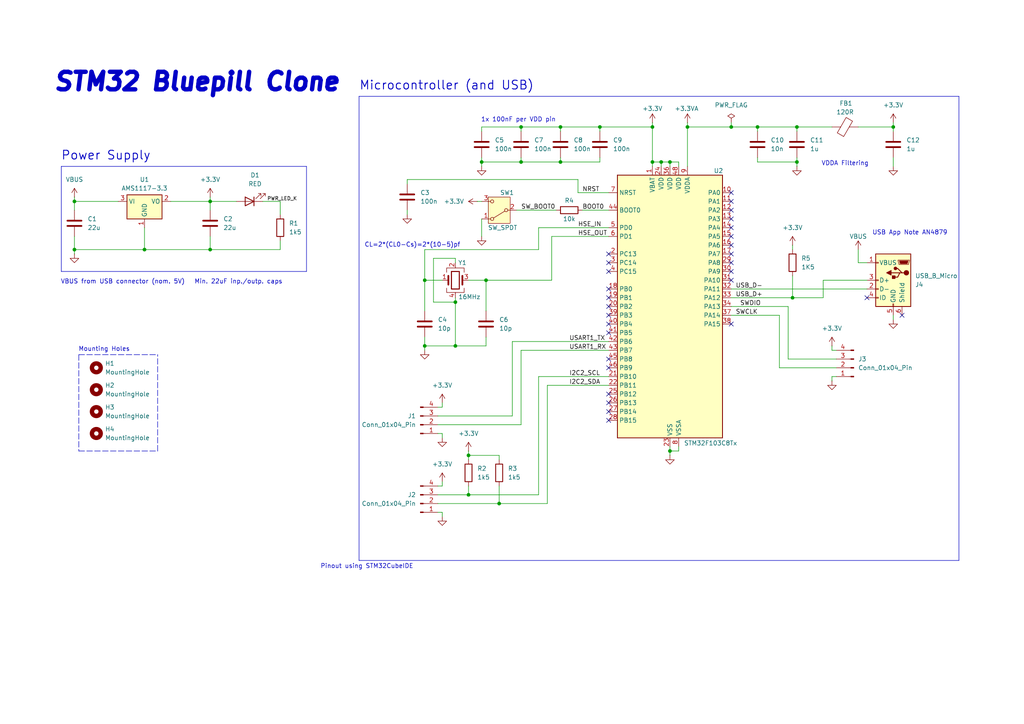
<source format=kicad_sch>
(kicad_sch (version 20250114) (generator "eeschema") (generator_version "9.0")
  (paper "A4")
  (title_block (title "STM32 Bluepill Clone") (date "05-03-2025") (rev "0.1"))
  (lib_symbols
    (symbol "Connector:Conn_01x04_Pin" (pin_names (offset 1.016) (hide yes))
      (property "Reference" "J" (at 0 5.08 0))
      (property "Value" "Conn_01x04_Pin" (at 0 -7.62 0))
      (symbol "Conn_01x04_Pin_1_1"
        (rectangle (start 0.8636 2.667) (end 0 2.413) (stroke (width 0.1524)) (fill (type outline)))
        (rectangle (start 0.8636 0.127) (end 0 -0.127) (stroke (width 0.1524)) (fill (type outline)))
        (rectangle (start 0.8636 -2.413) (end 0 -2.667) (stroke (width 0.1524)) (fill (type outline)))
        (rectangle (start 0.8636 -4.953) (end 0 -5.207) (stroke (width 0.1524)) (fill (type outline)))
        (polyline (pts (xy 1.27 2.54) (xy 0.8636 2.54)) (stroke (width 0.1524)))
        (polyline (pts (xy 1.27 0) (xy 0.8636 0)) (stroke (width 0.1524)))
        (polyline (pts (xy 1.27 -2.54) (xy 0.8636 -2.54)) (stroke (width 0.1524)))
        (polyline (pts (xy 1.27 -5.08) (xy 0.8636 -5.08)) (stroke (width 0.1524)))
        (pin passive line (at 5.08 2.54 180) (length 3.81) (name "Pin_1") (number "1"))
        (pin passive line (at 5.08 0 180) (length 3.81) (name "Pin_2") (number "2"))
        (pin passive line (at 5.08 -2.54 180) (length 3.81) (name "Pin_3") (number "3"))
        (pin passive line (at 5.08 -5.08 180) (length 3.81) (name "Pin_4") (number "4"))
      )
    )
    (symbol "Connector:USB_B_Micro" (pin_names (offset 1.016))
      (property "Reference" "J" (at -5.08 11.43 0))
      (property "Value" "USB_B_Micro" (at -5.08 8.89 0))
      (symbol "USB_B_Micro_0_1"
        (rectangle (start -5.08 -7.62) (end 5.08 7.62) (stroke (width 0.254)) (fill (type background)))
        (polyline (pts (xy -4.699 5.842) (xy -4.699 5.588) (xy -4.445 4.826) (xy -4.445 4.572) (xy -1.651 4.572) (xy -1.651 4.826) (xy -1.397 5.588) (xy -1.397 5.842) (xy -4.699 5.842)))
        (polyline (pts (xy -4.318 5.588) (xy -1.778 5.588) (xy -2.032 4.826) (xy -4.064 4.826) (xy -4.318 5.588)) (fill (type outline)))
        (circle (center -3.81 2.159) (radius 0.635) (stroke (width 0.254)) (fill (type outline)))
        (polyline (pts (xy -3.175 2.159) (xy -2.54 2.159) (xy -1.27 3.429) (xy -0.635 3.429)) (stroke (width 0.254)))
        (polyline (pts (xy -2.54 2.159) (xy -1.905 2.159) (xy -1.27 0.889) (xy 0 0.889)) (stroke (width 0.254)))
        (polyline (pts (xy -1.905 2.159) (xy 0.635 2.159)) (stroke (width 0.254)))
        (circle (center -0.635 3.429) (radius 0.381) (stroke (width 0.254)) (fill (type outline)))
        (rectangle (start -0.127 -7.62) (end 0.127 -6.858))
        (rectangle (start 0.254 1.27) (end -0.508 0.508) (stroke (width 0.254)) (fill (type outline)))
        (polyline (pts (xy 0.635 2.794) (xy 0.635 1.524) (xy 1.905 2.159) (xy 0.635 2.794)) (stroke (width 0.254)) (fill (type outline)))
        (rectangle (start 5.08 4.953) (end 4.318 5.207))
        (rectangle (start 5.08 -0.127) (end 4.318 0.127))
        (rectangle (start 5.08 -2.667) (end 4.318 -2.413))
        (rectangle (start 5.08 -5.207) (end 4.318 -4.953))
      )
      (symbol "USB_B_Micro_1_1"
        (pin passive line (at -2.54 -10.16 90) (length 2.54) (name "Shield") (number "6"))
        (pin power_out line (at 0 -10.16 90) (length 2.54) (name "GND") (number "5"))
        (pin power_out line (at 7.62 5.08 180) (length 2.54) (name "VBUS") (number "1"))
        (pin bidirectional line (at 7.62 0 180) (length 2.54) (name "D+") (number "3"))
        (pin bidirectional line (at 7.62 -2.54 180) (length 2.54) (name "D-") (number "2"))
        (pin passive line (at 7.62 -5.08 180) (length 2.54) (name "ID") (number "4"))
      )
    )
    (symbol "Device:C" (pin_numbers (hide yes)) (pin_names (offset 0.254))
      (property "Reference" "C" (at 0.635 2.54 0))
      (property "Value" "C" (at 0.635 -2.54 0))
      (symbol "C_0_1"
        (polyline (pts (xy -2.032 0.762) (xy 2.032 0.762)) (stroke (width 0.508)))
        (polyline (pts (xy -2.032 -0.762) (xy 2.032 -0.762)) (stroke (width 0.508)))
      )
      (symbol "C_1_1"
        (pin passive line (at 0 3.81 270) (length 2.794) (name "~") (number "1"))
        (pin passive line (at 0 -3.81 90) (length 2.794) (name "~") (number "2"))
      )
    )
    (symbol "Device:Crystal_GND24" (pin_names (offset 1.016) (hide yes))
      (property "Reference" "Y" (at 3.175 5.08 0))
      (property "Value" "Crystal_GND24" (at 3.175 3.175 0))
      (symbol "Crystal_GND24_0_1"
        (polyline (pts (xy -2.54 2.286) (xy -2.54 3.556) (xy 2.54 3.556) (xy 2.54 2.286)))
        (polyline (pts (xy -2.54 0) (xy -2.032 0)))
        (polyline (pts (xy -2.54 -2.286) (xy -2.54 -3.556) (xy 2.54 -3.556) (xy 2.54 -2.286)))
        (polyline (pts (xy -2.032 -1.27) (xy -2.032 1.27)) (stroke (width 0.508)))
        (rectangle (start -1.143 2.54) (end 1.143 -2.54) (stroke (width 0.3048)))
        (polyline (pts (xy 0 3.556) (xy 0 3.81)))
        (polyline (pts (xy 0 -3.81) (xy 0 -3.556)))
        (polyline (pts (xy 2.032 0) (xy 2.54 0)))
        (polyline (pts (xy 2.032 -1.27) (xy 2.032 1.27)) (stroke (width 0.508)))
      )
      (symbol "Crystal_GND24_1_1"
        (pin passive line (at -3.81 0 0) (length 1.27) (name "1") (number "1"))
        (pin passive line (at 0 5.08 270) (length 1.27) (name "2") (number "2"))
        (pin passive line (at 0 -5.08 90) (length 1.27) (name "4") (number "4"))
        (pin passive line (at 3.81 0 180) (length 1.27) (name "3") (number "3"))
      )
    )
    (symbol "Device:FerriteBead" (pin_numbers (hide yes)) (pin_names (offset 0))
      (property "Reference" "FB" (at -3.81 0.635 90))
      (property "Value" "FerriteBead" (at 3.81 0 90))
      (symbol "FerriteBead_0_1"
        (polyline (pts (xy -2.7686 0.4064) (xy -1.7018 2.2606) (xy 2.7686 -0.3048) (xy 1.6764 -2.159) (xy -2.7686 0.4064)))
        (polyline (pts (xy 0 1.27) (xy 0 1.2954)))
        (polyline (pts (xy 0 -1.27) (xy 0 -1.2192)))
      )
      (symbol "FerriteBead_1_1"
        (pin passive line (at 0 3.81 270) (length 2.54) (name "~") (number "1"))
        (pin passive line (at 0 -3.81 90) (length 2.54) (name "~") (number "2"))
      )
    )
    (symbol "Device:LED" (pin_numbers (hide yes)) (pin_names (offset 1.016) (hide yes))
      (property "Reference" "D" (at 0 2.54 0))
      (property "Value" "LED" (at 0 -2.54 0))
      (symbol "LED_0_1"
        (polyline (pts (xy -3.048 -0.762) (xy -4.572 -2.286) (xy -3.81 -2.286) (xy -4.572 -2.286) (xy -4.572 -1.524)))
        (polyline (pts (xy -1.778 -0.762) (xy -3.302 -2.286) (xy -2.54 -2.286) (xy -3.302 -2.286) (xy -3.302 -1.524)))
        (polyline (pts (xy -1.27 0) (xy 1.27 0)))
        (polyline (pts (xy -1.27 -1.27) (xy -1.27 1.27)) (stroke (width 0.254)))
        (polyline (pts (xy 1.27 -1.27) (xy 1.27 1.27) (xy -1.27 0) (xy 1.27 -1.27)) (stroke (width 0.254)))
      )
      (symbol "LED_1_1"
        (pin passive line (at -3.81 0 0) (length 2.54) (name "K") (number "1"))
        (pin passive line (at 3.81 0 180) (length 2.54) (name "A") (number "2"))
      )
    )
    (symbol "Device:R" (pin_numbers (hide yes)) (pin_names (offset 0))
      (property "Reference" "R" (at 2.032 0 90))
      (property "Value" "R" (at 0 0 90))
      (symbol "R_0_1"
        (rectangle (start -1.016 -2.54) (end 1.016 2.54) (stroke (width 0.254)))
      )
      (symbol "R_1_1"
        (pin passive line (at 0 3.81 270) (length 1.27) (name "~") (number "1"))
        (pin passive line (at 0 -3.81 90) (length 1.27) (name "~") (number "2"))
      )
    )
    (symbol "MCU_ST_STM32F1:STM32F103C8Tx"
      (property "Reference" "U" (at -15.24 39.37 0))
      (property "Value" "STM32F103C8Tx" (at 7.62 39.37 0))
      (symbol "STM32F103C8Tx_0_1"
        (rectangle (start -15.24 -38.1) (end 15.24 38.1) (stroke (width 0.254)) (fill (type background)))
      )
      (symbol "STM32F103C8Tx_1_1"
        (pin input line (at -17.78 33.02 0) (length 2.54) (name "NRST") (number "7"))
        (pin input line (at -17.78 27.94 0) (length 2.54) (name "BOOT0") (number "44"))
        (pin bidirectional line (at -17.78 22.86 0) (length 2.54) (name "PD0") (number "5"))
        (pin bidirectional line (at -17.78 20.32 0) (length 2.54) (name "PD1") (number "6"))
        (pin bidirectional line (at -17.78 15.24 0) (length 2.54) (name "PC13") (number "2"))
        (pin bidirectional line (at -17.78 12.7 0) (length 2.54) (name "PC14") (number "3"))
        (pin bidirectional line (at -17.78 10.16 0) (length 2.54) (name "PC15") (number "4"))
        (pin bidirectional line (at -17.78 5.08 0) (length 2.54) (name "PB0") (number "18"))
        (pin bidirectional line (at -17.78 2.54 0) (length 2.54) (name "PB1") (number "19"))
        (pin bidirectional line (at -17.78 0 0) (length 2.54) (name "PB2") (number "20"))
        (pin bidirectional line (at -17.78 -2.54 0) (length 2.54) (name "PB3") (number "39"))
        (pin bidirectional line (at -17.78 -5.08 0) (length 2.54) (name "PB4") (number "40"))
        (pin bidirectional line (at -17.78 -7.62 0) (length 2.54) (name "PB5") (number "41"))
        (pin bidirectional line (at -17.78 -10.16 0) (length 2.54) (name "PB6") (number "42"))
        (pin bidirectional line (at -17.78 -12.7 0) (length 2.54) (name "PB7") (number "43"))
        (pin bidirectional line (at -17.78 -15.24 0) (length 2.54) (name "PB8") (number "45"))
        (pin bidirectional line (at -17.78 -17.78 0) (length 2.54) (name "PB9") (number "46"))
        (pin bidirectional line (at -17.78 -20.32 0) (length 2.54) (name "PB10") (number "21"))
        (pin bidirectional line (at -17.78 -22.86 0) (length 2.54) (name "PB11") (number "22"))
        (pin bidirectional line (at -17.78 -25.4 0) (length 2.54) (name "PB12") (number "25"))
        (pin bidirectional line (at -17.78 -27.94 0) (length 2.54) (name "PB13") (number "26"))
        (pin bidirectional line (at -17.78 -30.48 0) (length 2.54) (name "PB14") (number "27"))
        (pin bidirectional line (at -17.78 -33.02 0) (length 2.54) (name "PB15") (number "28"))
        (pin power_in line (at -5.08 40.64 270) (length 2.54) (name "VBAT") (number "1"))
        (pin power_in line (at -2.54 40.64 270) (length 2.54) (name "VDD") (number "24"))
        (pin power_in line (at 0 40.64 270) (length 2.54) (name "VDD") (number "36"))
        (pin power_in line (at 0 -40.64 90) (length 2.54) (name "VSS") (number "23"))
        (pin passive line (at 0 -40.64 90) (length 2.54) (hide yes) (name "VSS") (number "35"))
        (pin passive line (at 0 -40.64 90) (length 2.54) (hide yes) (name "VSS") (number "47"))
        (pin power_in line (at 2.54 40.64 270) (length 2.54) (name "VDD") (number "48"))
        (pin power_in line (at 2.54 -40.64 90) (length 2.54) (name "VSSA") (number "8"))
        (pin power_in line (at 5.08 40.64 270) (length 2.54) (name "VDDA") (number "9"))
        (pin bidirectional line (at 17.78 33.02 180) (length 2.54) (name "PA0") (number "10"))
        (pin bidirectional line (at 17.78 30.48 180) (length 2.54) (name "PA1") (number "11"))
        (pin bidirectional line (at 17.78 27.94 180) (length 2.54) (name "PA2") (number "12"))
        (pin bidirectional line (at 17.78 25.4 180) (length 2.54) (name "PA3") (number "13"))
        (pin bidirectional line (at 17.78 22.86 180) (length 2.54) (name "PA4") (number "14"))
        (pin bidirectional line (at 17.78 20.32 180) (length 2.54) (name "PA5") (number "15"))
        (pin bidirectional line (at 17.78 17.78 180) (length 2.54) (name "PA6") (number "16"))
        (pin bidirectional line (at 17.78 15.24 180) (length 2.54) (name "PA7") (number "17"))
        (pin bidirectional line (at 17.78 12.7 180) (length 2.54) (name "PA8") (number "29"))
        (pin bidirectional line (at 17.78 10.16 180) (length 2.54) (name "PA9") (number "30"))
        (pin bidirectional line (at 17.78 7.62 180) (length 2.54) (name "PA10") (number "31"))
        (pin bidirectional line (at 17.78 5.08 180) (length 2.54) (name "PA11") (number "32"))
        (pin bidirectional line (at 17.78 2.54 180) (length 2.54) (name "PA12") (number "33"))
        (pin bidirectional line (at 17.78 0 180) (length 2.54) (name "PA13") (number "34"))
        (pin bidirectional line (at 17.78 -2.54 180) (length 2.54) (name "PA14") (number "37"))
        (pin bidirectional line (at 17.78 -5.08 180) (length 2.54) (name "PA15") (number "38"))
      )
    )
    (symbol "Mechanical:MountingHole" (pin_names (offset 1.016)) (in_bom no)
      (property "Reference" "H" (at 0 5.08 0))
      (property "Value" "MountingHole" (at 0 3.175 0))
      (symbol "MountingHole_0_1"
        (circle (center 0 0) (radius 1.27) (stroke (width 1.27)))
      )
    )
    (symbol "Regulator_Linear:AMS1117-3.3"
      (property "Reference" "U" (at -3.81 3.175 0))
      (property "Value" "AMS1117-3.3" (at 0 3.175 0))
      (symbol "AMS1117-3.3_0_1"
        (rectangle (start -5.08 -5.08) (end 5.08 1.905) (stroke (width 0.254)) (fill (type background)))
      )
      (symbol "AMS1117-3.3_1_1"
        (pin power_in line (at -7.62 0 0) (length 2.54) (name "VI") (number "3"))
        (pin power_in line (at 0 -7.62 90) (length 2.54) (name "GND") (number "1"))
        (pin power_out line (at 7.62 0 180) (length 2.54) (name "VO") (number "2"))
      )
    )
    (symbol "Switch:SW_SPDT" (pin_names (offset 0) (hide yes))
      (property "Reference" "SW" (at 0 5.08 0))
      (property "Value" "SW_SPDT" (at 0 -5.08 0))
      (symbol "SW_SPDT_0_1"
        (circle (center -2.032 0) (radius 0.4572))
        (polyline (pts (xy -1.651 0.254) (xy 1.651 2.286)))
        (circle (center 2.032 2.54) (radius 0.4572))
        (circle (center 2.032 -2.54) (radius 0.4572))
      )
      (symbol "SW_SPDT_1_1"
        (rectangle (start -3.175 3.81) (end 3.175 -3.81) (fill (type background)))
        (pin passive line (at -5.08 0 0) (length 2.54) (name "B") (number "2"))
        (pin passive line (at 5.08 2.54 180) (length 2.54) (name "A") (number "1"))
        (pin passive line (at 5.08 -2.54 180) (length 2.54) (name "C") (number "3"))
      )
    )
    (symbol "power:+3.3V" (power) (pin_numbers (hide yes)) (pin_names (offset 0) (hide yes))
      (property "Value" "+3.3V" (at 0 3.556 0))
      (symbol "+3.3V_0_1"
        (polyline (pts (xy -0.762 1.27) (xy 0 2.54)))
        (polyline (pts (xy 0 2.54) (xy 0.762 1.27)))
        (polyline (pts (xy 0 0) (xy 0 2.54)))
      )
      (symbol "+3.3V_1_1"
        (pin power_in line (at 0 0 90) (length 0) (name "~") (number "1"))
      )
    )
    (symbol "power:+3.3VA" (power) (pin_numbers (hide yes)) (pin_names (offset 0) (hide yes))
      (property "Value" "+3.3VA" (at 0 3.556 0))
      (symbol "+3.3VA_0_1"
        (polyline (pts (xy -0.762 1.27) (xy 0 2.54)))
        (polyline (pts (xy 0 2.54) (xy 0.762 1.27)))
        (polyline (pts (xy 0 0) (xy 0 2.54)))
      )
      (symbol "+3.3VA_1_1"
        (pin power_in line (at 0 0 90) (length 0) (name "~") (number "1"))
      )
    )
    (symbol "power:GND" (power) (pin_numbers (hide yes)) (pin_names (offset 0) (hide yes))
      (property "Value" "GND" (at 0 -3.81 0))
      (symbol "GND_0_1"
        (polyline (pts (xy 0 0) (xy 0 -1.27) (xy 1.27 -1.27) (xy 0 -2.54) (xy -1.27 -1.27) (xy 0 -1.27)))
      )
      (symbol "GND_1_1"
        (pin power_in line (at 0 0 270) (length 0) (name "~") (number "1"))
      )
    )
    (symbol "power:PWR_FLAG" (power) (pin_numbers (hide yes)) (pin_names (offset 0) (hide yes))
      (property "Value" "PWR_FLAG" (at 0 3.81 0))
      (symbol "PWR_FLAG_0_0"
        (pin power_out line (at 0 0 90) (length 0) (name "~") (number "1"))
      )
      (symbol "PWR_FLAG_0_1"
        (polyline (pts (xy 0 0) (xy 0 1.27) (xy -1.016 1.905) (xy 0 2.54) (xy 1.016 1.905) (xy 0 1.27)))
      )
    )
    (symbol "power:VBUS" (power) (pin_numbers (hide yes)) (pin_names (offset 0) (hide yes))
      (property "Value" "VBUS" (at 0 3.556 0))
      (symbol "VBUS_0_1"
        (polyline (pts (xy -0.762 1.27) (xy 0 2.54)))
        (polyline (pts (xy 0 2.54) (xy 0.762 1.27)))
        (polyline (pts (xy 0 0) (xy 0 2.54)))
      )
      (symbol "VBUS_1_1"
        (pin power_in line (at 0 0 90) (length 0) (name "~") (number "1"))
      )
    )
  )
  (text "Mounting Holes" (at 30.226 101.346 0) (effects (font (size 1.27 1.27))))
  (text "CL=2*(CL0-Cs)=2*(10-5)pf" (at 119.634 71.12 0) (effects (font (size 1.27 1.27) (thickness 0.1588))))
  (text "STM32 Bluepill Clone" (at 57.15 23.876 0) (effects (font (size 5.08 5.08) (thickness 1.524) (bold yes) (italic yes))))
  (text "USB App Note AN4879" (at 263.906 67.564 0) (effects (font (size 1.27 1.27))))
  (text "VBUS from USB connector (nom. 5V)   Min. 22uF inp./outp. caps" (at 49.784 81.788 0) (effects (font (size 1.27 1.27) (thickness 0.1588))))
  (text "Power Supply" (at 30.734 45.212 0) (effects (font (size 2.54 2.54) (thickness 0.254) (bold yes))))
  (text "Microcontroller (and USB)" (at 129.54 24.892 0) (effects (font (size 2.54 2.54) (thickness 0.254) (bold yes))))
  (text "VDDA Filtering" (at 245.11 47.498 0) (effects (font (size 1.27 1.27))))
  (text "Pinout using STM32CubeIDE" (at 106.426 164.338 0) (effects (font (size 1.27 1.27))))
  (text "1x 100nF per VDD pin" (at 150.368 34.798 0) (effects (font (size 1.27 1.27))))
  (junction (at 191.77 46.99))
  (junction (at 132.08 100.33))
  (junction (at 60.96 72.39))
  (junction (at 189.23 36.83))
  (junction (at 219.71 36.83))
  (junction (at 151.13 46.99))
  (junction (at 189.23 46.99))
  (junction (at 199.39 36.83))
  (junction (at 60.96 58.42))
  (junction (at 132.08 87.63))
  (junction (at 139.7 46.99))
  (junction (at 212.09 36.83))
  (junction (at 123.19 100.33))
  (junction (at 140.97 81.28))
  (junction (at 135.89 132.08))
  (junction (at 151.13 36.83))
  (junction (at 162.56 46.99))
  (junction (at 173.99 36.83))
  (junction (at 194.31 46.99))
  (junction (at 21.59 72.39))
  (junction (at 144.78 146.05))
  (junction (at 231.14 36.83))
  (junction (at 229.87 86.36))
  (junction (at 259.08 36.83))
  (junction (at 123.19 81.28))
  (junction (at 21.59 58.42))
  (junction (at 231.14 46.99))
  (junction (at 162.56 36.83))
  (junction (at 194.31 130.81))
  (junction (at 135.89 143.51))
  (junction (at 41.91 72.39))
  (no_connect (at 212.09 71.12))
  (no_connect (at 261.62 91.44))
  (no_connect (at 212.09 73.66))
  (no_connect (at 212.09 66.04))
  (no_connect (at 176.53 86.36))
  (no_connect (at 212.09 58.42))
  (no_connect (at 212.09 78.74))
  (no_connect (at 176.53 73.66))
  (no_connect (at 176.53 78.74))
  (no_connect (at 212.09 63.5))
  (no_connect (at 212.09 81.28))
  (no_connect (at 176.53 106.68))
  (no_connect (at 212.09 60.96))
  (no_connect (at 251.46 86.36))
  (no_connect (at 176.53 91.44))
  (no_connect (at 212.09 68.58))
  (no_connect (at 176.53 104.14))
  (no_connect (at 212.09 55.88))
  (no_connect (at 212.09 93.98))
  (no_connect (at 212.09 76.2))
  (no_connect (at 176.53 121.92))
  (no_connect (at 176.53 114.3))
  (no_connect (at 176.53 116.84))
  (no_connect (at 176.53 88.9))
  (no_connect (at 176.53 96.52))
  (no_connect (at 176.53 83.82))
  (no_connect (at 176.53 76.2))
  (no_connect (at 176.53 119.38))
  (no_connect (at 176.53 93.98))
  (wire (pts (xy 60.96 68.58) (xy 60.96 72.39)))
  (wire (pts (xy 132.08 87.63) (xy 132.08 100.33)))
  (wire (pts (xy 81.28 69.85) (xy 81.28 72.39)))
  (wire (pts (xy 251.46 76.2) (xy 248.92 76.2)))
  (wire (pts (xy 194.31 46.99) (xy 191.77 46.99)))
  (wire (pts (xy 132.08 76.2) (xy 132.08 74.93)))
  (wire (pts (xy 151.13 46.99) (xy 162.56 46.99)))
  (wire (pts (xy 140.97 100.33) (xy 132.08 100.33)))
  (wire (pts (xy 231.14 36.83) (xy 241.3 36.83)))
  (wire (pts (xy 118.11 53.34) (xy 118.11 52.07)))
  (wire (pts (xy 219.71 38.1) (xy 219.71 36.83)))
  (wire (pts (xy 160.02 81.28) (xy 160.02 68.58)))
  (polyline (pts (xy 17.78 48.26) (xy 17.78 78.74)))
  (polyline (pts (xy 104.14 27.94) (xy 278.13 27.94)))
  (wire (pts (xy 127 125.73) (xy 128.27 125.73)))
  (wire (pts (xy 135.89 140.97) (xy 135.89 143.51)))
  (wire (pts (xy 189.23 46.99) (xy 191.77 46.99)))
  (wire (pts (xy 248.92 36.83) (xy 259.08 36.83)))
  (wire (pts (xy 127 143.51) (xy 135.89 143.51)))
  (wire (pts (xy 241.3 101.6) (xy 241.3 100.33)))
  (wire (pts (xy 127 146.05) (xy 144.78 146.05)))
  (wire (pts (xy 194.31 48.26) (xy 194.31 46.99)))
  (wire (pts (xy 127 120.65) (xy 148.59 120.65)))
  (polyline (pts (xy 45.72 130.81) (xy 45.72 102.87)) (stroke (width 0) (type dash)))
  (wire (pts (xy 229.87 80.01) (xy 229.87 86.36)))
  (wire (pts (xy 127 140.97) (xy 128.27 140.97)))
  (wire (pts (xy 123.19 100.33) (xy 132.08 100.33)))
  (wire (pts (xy 118.11 60.96) (xy 118.11 62.23)))
  (wire (pts (xy 139.7 45.72) (xy 139.7 46.99)))
  (wire (pts (xy 81.28 58.42) (xy 81.28 62.23)))
  (polyline (pts (xy 278.13 162.56) (xy 104.14 162.56)))
  (wire (pts (xy 231.14 46.99) (xy 219.71 46.99)))
  (wire (pts (xy 21.59 72.39) (xy 41.91 72.39)))
  (wire (pts (xy 173.99 46.99) (xy 173.99 45.72)))
  (wire (pts (xy 127 118.11) (xy 128.27 118.11)))
  (wire (pts (xy 21.59 72.39) (xy 21.59 73.66)))
  (wire (pts (xy 148.59 99.06) (xy 148.59 120.65)))
  (wire (pts (xy 60.96 72.39) (xy 81.28 72.39)))
  (wire (pts (xy 259.08 91.44) (xy 259.08 92.71)))
  (wire (pts (xy 127 148.59) (xy 128.27 148.59)))
  (wire (pts (xy 138.43 58.42) (xy 139.7 58.42)))
  (wire (pts (xy 128.27 125.73) (xy 128.27 127)))
  (wire (pts (xy 259.08 36.83) (xy 259.08 38.1)))
  (wire (pts (xy 196.85 129.54) (xy 196.85 130.81)))
  (wire (pts (xy 194.31 130.81) (xy 194.31 132.08)))
  (wire (pts (xy 162.56 46.99) (xy 162.56 45.72)))
  (wire (pts (xy 140.97 81.28) (xy 160.02 81.28)))
  (wire (pts (xy 196.85 48.26) (xy 196.85 46.99)))
  (wire (pts (xy 194.31 129.54) (xy 194.31 130.81)))
  (wire (pts (xy 60.96 58.42) (xy 68.58 58.42)))
  (wire (pts (xy 189.23 36.83) (xy 173.99 36.83)))
  (polyline (pts (xy 88.9 78.74) (xy 88.9 48.26)))
  (wire (pts (xy 212.09 35.56) (xy 212.09 36.83)))
  (wire (pts (xy 191.77 46.99) (xy 191.77 48.26)))
  (wire (pts (xy 173.99 36.83) (xy 162.56 36.83)))
  (wire (pts (xy 196.85 130.81) (xy 194.31 130.81)))
  (wire (pts (xy 189.23 36.83) (xy 189.23 46.99)))
  (wire (pts (xy 128.27 148.59) (xy 128.27 149.86)))
  (wire (pts (xy 226.06 91.44) (xy 226.06 106.68)))
  (wire (pts (xy 212.09 36.83) (xy 219.71 36.83)))
  (wire (pts (xy 173.99 36.83) (xy 173.99 38.1)))
  (wire (pts (xy 156.21 109.22) (xy 156.21 143.51)))
  (wire (pts (xy 231.14 38.1) (xy 231.14 36.83)))
  (wire (pts (xy 231.14 45.72) (xy 231.14 46.99)))
  (wire (pts (xy 21.59 57.15) (xy 21.59 58.42)))
  (wire (pts (xy 212.09 86.36) (xy 229.87 86.36)))
  (polyline (pts (xy 22.86 130.81) (xy 45.72 130.81)) (stroke (width 0) (type dash)))
  (wire (pts (xy 123.19 72.39) (xy 123.19 81.28)))
  (wire (pts (xy 151.13 36.83) (xy 151.13 38.1)))
  (wire (pts (xy 139.7 63.5) (xy 139.7 68.58)))
  (wire (pts (xy 156.21 109.22) (xy 176.53 109.22)))
  (wire (pts (xy 149.86 60.96) (xy 161.29 60.96)))
  (wire (pts (xy 156.21 72.39) (xy 123.19 72.39)))
  (polyline (pts (xy 17.78 78.74) (xy 88.9 78.74)))
  (wire (pts (xy 228.6 104.14) (xy 242.57 104.14)))
  (wire (pts (xy 259.08 36.83) (xy 259.08 35.56)))
  (wire (pts (xy 199.39 36.83) (xy 212.09 36.83)))
  (wire (pts (xy 135.89 132.08) (xy 144.78 132.08)))
  (wire (pts (xy 162.56 36.83) (xy 151.13 36.83)))
  (wire (pts (xy 241.3 109.22) (xy 241.3 110.49)))
  (wire (pts (xy 229.87 86.36) (xy 238.76 86.36)))
  (polyline (pts (xy 88.9 48.26) (xy 17.78 48.26)))
  (wire (pts (xy 125.73 74.93) (xy 125.73 87.63)))
  (wire (pts (xy 60.96 58.42) (xy 60.96 60.96)))
  (wire (pts (xy 144.78 133.35) (xy 144.78 132.08)))
  (wire (pts (xy 21.59 58.42) (xy 34.29 58.42)))
  (wire (pts (xy 21.59 68.58) (xy 21.59 72.39)))
  (wire (pts (xy 144.78 146.05) (xy 158.75 146.05)))
  (wire (pts (xy 127 123.19) (xy 151.13 123.19)))
  (wire (pts (xy 135.89 132.08) (xy 135.89 133.35)))
  (wire (pts (xy 123.19 97.79) (xy 123.19 100.33)))
  (wire (pts (xy 196.85 46.99) (xy 194.31 46.99)))
  (wire (pts (xy 189.23 46.99) (xy 189.23 48.26)))
  (wire (pts (xy 160.02 68.58) (xy 176.53 68.58)))
  (wire (pts (xy 212.09 91.44) (xy 226.06 91.44)))
  (wire (pts (xy 151.13 101.6) (xy 151.13 123.19)))
  (wire (pts (xy 162.56 36.83) (xy 162.56 38.1)))
  (wire (pts (xy 212.09 88.9) (xy 228.6 88.9)))
  (wire (pts (xy 139.7 46.99) (xy 151.13 46.99)))
  (wire (pts (xy 76.2 58.42) (xy 81.28 58.42)))
  (wire (pts (xy 189.23 35.56) (xy 189.23 36.83)))
  (wire (pts (xy 118.11 52.07) (xy 167.64 52.07)))
  (wire (pts (xy 238.76 81.28) (xy 251.46 81.28)))
  (wire (pts (xy 132.08 74.93) (xy 125.73 74.93)))
  (wire (pts (xy 158.75 111.76) (xy 176.53 111.76)))
  (wire (pts (xy 128.27 118.11) (xy 128.27 116.84)))
  (wire (pts (xy 156.21 66.04) (xy 176.53 66.04)))
  (wire (pts (xy 168.91 60.96) (xy 176.53 60.96)))
  (wire (pts (xy 125.73 87.63) (xy 132.08 87.63)))
  (wire (pts (xy 140.97 81.28) (xy 140.97 90.17)))
  (wire (pts (xy 60.96 57.15) (xy 60.96 58.42)))
  (wire (pts (xy 140.97 97.79) (xy 140.97 100.33)))
  (wire (pts (xy 151.13 46.99) (xy 151.13 45.72)))
  (wire (pts (xy 151.13 101.6) (xy 176.53 101.6)))
  (wire (pts (xy 231.14 46.99) (xy 231.14 48.26)))
  (wire (pts (xy 238.76 86.36) (xy 238.76 81.28)))
  (wire (pts (xy 248.92 72.39) (xy 248.92 76.2)))
  (wire (pts (xy 228.6 88.9) (xy 228.6 104.14)))
  (polyline (pts (xy 22.86 102.87) (xy 45.72 102.87)) (stroke (width 0) (type dash)))
  (wire (pts (xy 144.78 140.97) (xy 144.78 146.05)))
  (wire (pts (xy 123.19 81.28) (xy 128.27 81.28)))
  (wire (pts (xy 139.7 46.99) (xy 139.7 48.26)))
  (wire (pts (xy 132.08 87.63) (xy 132.08 86.36)))
  (wire (pts (xy 212.09 83.82) (xy 251.46 83.82)))
  (wire (pts (xy 135.89 130.81) (xy 135.89 132.08)))
  (polyline (pts (xy 22.86 102.87) (xy 22.86 130.81)) (stroke (width 0) (type dash)))
  (wire (pts (xy 167.64 55.88) (xy 176.53 55.88)))
  (wire (pts (xy 199.39 36.83) (xy 199.39 48.26)))
  (wire (pts (xy 242.57 109.22) (xy 241.3 109.22)))
  (wire (pts (xy 259.08 45.72) (xy 259.08 48.26)))
  (wire (pts (xy 156.21 66.04) (xy 156.21 72.39)))
  (wire (pts (xy 242.57 101.6) (xy 241.3 101.6)))
  (wire (pts (xy 49.53 58.42) (xy 60.96 58.42)))
  (wire (pts (xy 162.56 46.99) (xy 173.99 46.99)))
  (wire (pts (xy 219.71 36.83) (xy 231.14 36.83)))
  (wire (pts (xy 151.13 36.83) (xy 139.7 36.83)))
  (wire (pts (xy 41.91 72.39) (xy 60.96 72.39)))
  (wire (pts (xy 41.91 66.04) (xy 41.91 72.39)))
  (polyline (pts (xy 104.14 27.94) (xy 104.14 162.56)))
  (wire (pts (xy 128.27 140.97) (xy 128.27 139.7)))
  (wire (pts (xy 123.19 81.28) (xy 123.19 90.17)))
  (wire (pts (xy 219.71 46.99) (xy 219.71 45.72)))
  (wire (pts (xy 135.89 81.28) (xy 140.97 81.28)))
  (wire (pts (xy 226.06 106.68) (xy 242.57 106.68)))
  (wire (pts (xy 148.59 99.06) (xy 176.53 99.06)))
  (wire (pts (xy 167.64 52.07) (xy 167.64 55.88)))
  (wire (pts (xy 135.89 143.51) (xy 156.21 143.51)))
  (wire (pts (xy 229.87 71.12) (xy 229.87 72.39)))
  (wire (pts (xy 21.59 58.42) (xy 21.59 60.96)))
  (wire (pts (xy 199.39 35.56) (xy 199.39 36.83)))
  (wire (pts (xy 139.7 36.83) (xy 139.7 38.1)))
  (polyline (pts (xy 278.13 27.94) (xy 278.13 162.56)))
  (wire (pts (xy 123.19 100.33) (xy 123.19 101.6)))
  (wire (pts (xy 158.75 111.76) (xy 158.75 146.05)))
  (label "SW_BOOT0" (at 151.13 60.96 0))
  (label "USART1_RX" (at 165.1 101.6 0))
  (label "I2C2_SDA" (at 165.1 111.76 0))
  (label "USB_D+" (at 213.36 86.36 0))
  (label "BOOT0" (at 168.91 60.96 0))
  (label "USART1_TX" (at 165.1 99.06 0))
  (label "PWR_LED_K" (at 77.47 58.42 0) (effects (font (size 1.016 1.016))))
  (label "HSE_OUT" (at 167.64 68.58 0))
  (label "HSE_IN" (at 167.64 66.04 0))
  (label "I2C2_SCL" (at 165.1 109.22 0))
  (label "SWDIO" (at 214.63 88.9 0))
  (label "NRST" (at 168.91 55.88 0))
  (label "USB_D-" (at 213.36 83.82 0))
  (label "SWCLK" (at 213.36 91.44 0))
  (symbol (lib_id "power:GND") (at 139.7 68.58 0) (unit 1)
    (property "Reference" "#PWR013" (effects (hide yes)))
    (property "Value" "GND" (effects (hide yes)))
    (property "Description" "Power symbol creates a global label with name \"GND\" , ground" (effects (hide yes)))
  )
  (symbol (lib_id "power:+3.3V") (at 60.96 57.15 0) (unit 1)
    (property "Reference" "#PWR03" (effects (hide yes)))
    (property "Value" "+3.3V" (at 60.96 52.07 0))
    (property "Description" "Power symbol creates a global label with name \"+3.3V\"" (effects (hide yes)))
  )
  (symbol (lib_id "Device:C") (at 123.19 93.98 0) (unit 1)
    (property "Reference" "C4" (at 127 92.7099 0) (effects (justify left)))
    (property "Value" "10p" (at 127 95.2499 0) (effects (justify left)))
    (property "Footprint" "Capacitor_SMD:C_0402_1005Metric" (effects (hide yes)))
    (property "Description" "Unpolarized capacitor" (effects (hide yes)))
  )
  (symbol (lib_id "power:PWR_FLAG") (at 212.09 35.56 0) (unit 1)
    (property "Reference" "#FLG01" (effects (hide yes)))
    (property "Value" "PWR_FLAG" (at 212.09 30.48 0))
    (property "Description" "Special symbol for telling ERC where power comes from" (effects (hide yes)))
  )
  (symbol (lib_id "Switch:SW_SPDT") (at 144.78 60.96 180) (unit 1)
    (property "Reference" "SW1" (at 147.066 55.88 0))
    (property "Value" "SW_SPDT" (at 145.796 66.04 0))
    (property "Footprint" "Button_Switch_THT:SW_Lever_1P2T_NKK_GW12LxH" (effects (hide yes)))
    (property "Description" "Switch, single pole double throw" (effects (hide yes)))
  )
  (symbol (lib_id "power:GND") (at 21.59 73.66 0) (unit 1)
    (property "Reference" "#PWR02" (effects (hide yes)))
    (property "Value" "GND" (effects (hide yes)))
    (property "Description" "Power symbol creates a global label with name \"GND\" , ground" (effects (hide yes)))
  )
  (symbol (lib_id "power:GND") (at 128.27 149.86 0) (mirror y) (unit 1)
    (property "Reference" "#PWR09" (effects (hide yes)))
    (property "Value" "GND" (effects (hide yes)))
    (property "Description" "Power symbol creates a global label with name \"GND\" , ground" (effects (hide yes)))
  )
  (symbol (lib_id "power:GND") (at 118.11 62.23 0) (unit 1)
    (property "Reference" "#PWR04" (effects (hide yes)))
    (property "Value" "GND" (effects (hide yes)))
    (property "Description" "Power symbol creates a global label with name \"GND\" , ground" (effects (hide yes)))
  )
  (symbol (lib_id "power:+3.3V") (at 241.3 100.33 0) (unit 1)
    (property "Reference" "#PWR019" (effects (hide yes)))
    (property "Value" "+3.3V" (at 241.3 95.25 0))
    (property "Description" "Power symbol creates a global label with name \"+3.3V\"" (effects (hide yes)))
  )
  (symbol (lib_id "Regulator_Linear:AMS1117-3.3") (at 41.91 58.42 0) (unit 1)
    (property "Reference" "U1" (at 41.91 52.07 0))
    (property "Value" "AMS1117-3.3" (at 41.91 54.61 0))
    (property "Footprint" "Package_TO_SOT_SMD:SOT-223-3_TabPin2" (effects (hide yes)))
    (property "Datasheet" "http://www.advanced-monolithic.com/pdf/ds1117.pdf" (effects (hide yes)))
    (property "Description" "1A Low Dropout regulator, positive, 3.3V fixed output, SOT-223" (effects (hide yes)))
  )
  (symbol (lib_id "MCU_ST_STM32F1:STM32F103C8Tx") (at 194.31 88.9 0) (unit 1)
    (property "Reference" "U2" (at 207.01 49.53 0) (effects (justify left)))
    (property "Value" "STM32F103C8Tx" (at 198.374 128.524 0) (effects (justify left)))
    (property "Footprint" "Package_QFP:LQFP-48_7x7mm_P0.5mm" (effects (hide yes)))
    (property "Datasheet" "https://www.st.com/resource/en/datasheet/stm32f103c8.pdf" (effects (hide yes)))
    (property "Description" "STMicroelectronics Arm Cortex-M3 MCU, 64KB flash, 20KB RAM, 72 MHz, 2.0-3.6V, 37 GPIO, LQFP48" (effects (hide yes)))
  )
  (symbol (lib_id "Connector:Conn_01x04_Pin") (at 121.92 146.05 0) (mirror x) (unit 1)
    (property "Reference" "J2" (at 120.65 143.5099 0) (effects (justify right)))
    (property "Value" "Conn_01x04_Pin" (at 120.65 146.0499 0) (effects (justify right)))
    (property "Footprint" "Connector_PinHeader_2.54mm:PinHeader_1x04_P2.54mm_Vertical" (effects (hide yes)))
    (property "Description" "Generic connector, single row, 01x04, script generated" (effects (hide yes)))
  )
  (symbol (lib_id "Device:C") (at 219.71 41.91 180) (unit 1)
    (property "Reference" "C10" (at 223.52 40.6399 0) (effects (justify right)))
    (property "Value" "10n" (at 223.52 43.1799 0) (effects (justify right)))
    (property "Footprint" "Capacitor_SMD:C_0402_1005Metric" (effects (hide yes)))
    (property "Description" "Unpolarized capacitor" (effects (hide yes)))
  )
  (symbol (lib_id "Device:C") (at 140.97 93.98 0) (unit 1)
    (property "Reference" "C6" (at 144.78 92.7099 0) (effects (justify left)))
    (property "Value" "10p" (at 144.78 95.2499 0) (effects (justify left)))
    (property "Footprint" "Capacitor_SMD:C_0402_1005Metric" (effects (hide yes)))
    (property "Description" "Unpolarized capacitor" (effects (hide yes)))
  )
  (symbol (lib_id "Device:C") (at 173.99 41.91 0) (unit 1)
    (property "Reference" "C9" (at 177.8 40.6399 0) (effects (justify left)))
    (property "Value" "100n" (at 177.8 43.1799 0) (effects (justify left)))
    (property "Footprint" "Capacitor_SMD:C_0402_1005Metric" (effects (hide yes)))
    (property "Description" "Unpolarized capacitor" (effects (hide yes)))
  )
  (symbol (lib_id "Device:C") (at 118.11 57.15 0) (unit 1)
    (property "Reference" "C3" (at 121.92 55.8799 0) (effects (justify left)))
    (property "Value" "100n" (at 121.92 58.4199 0) (effects (justify left)))
    (property "Footprint" "Capacitor_SMD:C_0402_1005Metric" (effects (hide yes)))
    (property "Description" "Unpolarized capacitor" (effects (hide yes)))
  )
  (symbol (lib_id "Device:FerriteBead") (at 245.11 36.83 90) (unit 1)
    (property "Reference" "FB1" (at 245.364 29.972 90))
    (property "Value" "120R" (at 245.11 32.512 90))
    (property "Footprint" "Inductor_SMD:L_0603_1608Metric" (effects (hide yes)))
    (property "Description" "Ferrite bead" (effects (hide yes)))
  )
  (symbol (lib_id "Device:R") (at 165.1 60.96 90) (unit 1)
    (property "Reference" "R4" (at 165.1 58.166 90))
    (property "Value" "10k" (at 165.1 63.5 90))
    (property "Footprint" "Resistor_SMD:R_0402_1005Metric" (effects (hide yes)))
    (property "Description" "Resistor" (effects (hide yes)))
  )
  (symbol (lib_id "Mechanical:MountingHole") (at 27.94 113.03 0) (unit 1) (in_bom no)
    (property "Reference" "H2" (at 30.48 111.7599 0) (effects (justify left)))
    (property "Value" "MountingHole" (at 30.48 114.2999 0) (effects (justify left)))
    (property "Footprint" "MountingHole:MountingHole_2.2mm_M2" (effects (hide yes)))
    (property "Description" "Mounting Hole without connection" (effects (hide yes)))
  )
  (symbol (lib_id "Mechanical:MountingHole") (at 27.94 106.68 0) (unit 1) (in_bom no)
    (property "Reference" "H1" (at 30.48 105.4099 0) (effects (justify left)))
    (property "Value" "MountingHole" (at 30.48 107.9499 0) (effects (justify left)))
    (property "Footprint" "MountingHole:MountingHole_2.2mm_M2" (effects (hide yes)))
    (property "Description" "Mounting Hole without connection" (effects (hide yes)))
  )
  (symbol (lib_id "power:+3.3V") (at 138.43 58.42 90) (unit 1)
    (property "Reference" "#PWR011" (effects (hide yes)))
    (property "Value" "+3.3V" (at 134.62 58.4199 90) (effects (justify left)))
    (property "Description" "Power symbol creates a global label with name \"+3.3V\"" (effects (hide yes)))
  )
  (symbol (lib_id "power:GND") (at 123.19 101.6 0) (unit 1)
    (property "Reference" "#PWR05" (effects (hide yes)))
    (property "Value" "GND" (effects (hide yes)))
    (property "Description" "Power symbol creates a global label with name \"GND\" , ground" (effects (hide yes)))
  )
  (symbol (lib_id "Device:Crystal_GND24") (at 132.08 81.28 0) (unit 1)
    (property "Reference" "Y1" (at 134.112 76.2 0))
    (property "Value" "16MHz" (at 136.144 86.106 0))
    (property "Footprint" "Crystal:Crystal_SMD_3225-4Pin_3.2x2.5mm" (effects (hide yes)))
    (property "Description" "Four pin crystal, GND on pins 2 and 4" (effects (hide yes)))
  )
  (symbol (lib_id "Mechanical:MountingHole") (at 27.94 125.73 0) (unit 1) (in_bom no)
    (property "Reference" "H4" (at 30.48 124.4599 0) (effects (justify left)))
    (property "Value" "MountingHole" (at 30.48 126.9999 0) (effects (justify left)))
    (property "Footprint" "MountingHole:MountingHole_2.2mm_M2" (effects (hide yes)))
    (property "Description" "Mounting Hole without connection" (effects (hide yes)))
  )
  (symbol (lib_id "power:VBUS") (at 248.92 72.39 0) (unit 1)
    (property "Reference" "#PWR021" (effects (hide yes)))
    (property "Value" "VBUS" (at 248.92 68.58 0))
    (property "Description" "Power symbol creates a global label with name \"VBUS\"" (effects (hide yes)))
  )
  (symbol (lib_id "Connector:Conn_01x04_Pin") (at 121.92 123.19 0) (mirror x) (unit 1)
    (property "Reference" "J1" (at 120.65 120.6499 0) (effects (justify right)))
    (property "Value" "Conn_01x04_Pin" (at 120.65 123.1899 0) (effects (justify right)))
    (property "Footprint" "Connector_PinHeader_2.54mm:PinHeader_1x04_P2.54mm_Vertical" (effects (hide yes)))
    (property "Description" "Generic connector, single row, 01x04, script generated" (effects (hide yes)))
  )
  (symbol (lib_id "power:+3.3VA") (at 199.39 35.56 0) (unit 1)
    (property "Reference" "#PWR016" (effects (hide yes)))
    (property "Value" "+3.3VA" (at 199.136 31.496 0))
    (property "Description" "Power symbol creates a global label with name \"+3.3VA\"" (effects (hide yes)))
  )
  (symbol (lib_id "Device:C") (at 139.7 41.91 0) (unit 1)
    (property "Reference" "C5" (at 143.51 40.6399 0) (effects (justify left)))
    (property "Value" "100n" (at 143.51 43.1799 0) (effects (justify left)))
    (property "Footprint" "Capacitor_SMD:C_0402_1005Metric" (effects (hide yes)))
    (property "Description" "Unpolarized capacitor" (effects (hide yes)))
  )
  (symbol (lib_id "power:GND") (at 259.08 92.71 0) (unit 1)
    (property "Reference" "#PWR024" (effects (hide yes)))
    (property "Value" "GND" (effects (hide yes)))
    (property "Description" "Power symbol creates a global label with name \"GND\" , ground" (effects (hide yes)))
  )
  (symbol (lib_id "power:GND") (at 241.3 110.49 0) (unit 1)
    (property "Reference" "#PWR020" (effects (hide yes)))
    (property "Value" "GND" (effects (hide yes)))
    (property "Description" "Power symbol creates a global label with name \"GND\" , ground" (effects (hide yes)))
  )
  (symbol (lib_id "Device:C") (at 21.59 64.77 0) (unit 1)
    (property "Reference" "C1" (at 25.4 63.4999 0) (effects (justify left)))
    (property "Value" "22u" (at 25.4 66.0399 0) (effects (justify left)))
    (property "Footprint" "Capacitor_SMD:C_0805_2012Metric" (effects (hide yes)))
    (property "Description" "Unpolarized capacitor" (effects (hide yes)))
  )
  (symbol (lib_id "power:GND") (at 139.7 48.26 0) (unit 1)
    (property "Reference" "#PWR012" (effects (hide yes)))
    (property "Value" "GND" (effects (hide yes)))
    (property "Description" "Power symbol creates a global label with name \"GND\" , ground" (effects (hide yes)))
  )
  (symbol (lib_id "Device:R") (at 81.28 66.04 0) (unit 1)
    (property "Reference" "R1" (at 83.82 64.7699 0) (effects (justify left)))
    (property "Value" "1k5" (at 83.82 67.3099 0) (effects (justify left)))
    (property "Footprint" "Resistor_SMD:R_0402_1005Metric" (effects (hide yes)))
    (property "Description" "Resistor" (effects (hide yes)))
  )
  (symbol (lib_id "power:GND") (at 231.14 48.26 0) (unit 1)
    (property "Reference" "#PWR018" (effects (hide yes)))
    (property "Value" "GND" (effects (hide yes)))
    (property "Description" "Power symbol creates a global label with name \"GND\" , ground" (effects (hide yes)))
  )
  (symbol (lib_id "power:VBUS") (at 21.59 57.15 0) (unit 1)
    (property "Reference" "#PWR01" (effects (hide yes)))
    (property "Value" "VBUS" (at 21.59 52.07 0))
    (property "Description" "Power symbol creates a global label with name \"VBUS\"" (effects (hide yes)))
  )
  (symbol (lib_id "Device:LED") (at 72.39 58.42 180) (unit 1)
    (property "Reference" "D1" (at 73.9775 50.8 0))
    (property "Value" "RED" (at 73.9775 53.34 0))
    (property "Footprint" "LED_SMD:LED_0201_0603Metric" (effects (hide yes)))
    (property "Description" "Light emitting diode" (effects (hide yes)))
    (property "Sim.Pins" "1=K 2=A" (effects (hide yes)))
  )
  (symbol (lib_id "power:+3.3V") (at 229.87 71.12 0) (unit 1)
    (property "Reference" "#PWR017" (effects (hide yes)))
    (property "Value" "+3.3V" (at 229.87 66.04 0))
    (property "Description" "Power symbol creates a global label with name \"+3.3V\"" (effects (hide yes)))
  )
  (symbol (lib_id "Device:C") (at 259.08 41.91 0) (unit 1)
    (property "Reference" "C12" (at 262.89 40.6399 0) (effects (justify left)))
    (property "Value" "1u" (at 262.89 43.1799 0) (effects (justify left)))
    (property "Footprint" "Capacitor_SMD:C_0402_1005Metric" (effects (hide yes)))
    (property "Description" "Unpolarized capacitor" (effects (hide yes)))
  )
  (symbol (lib_id "Connector:Conn_01x04_Pin") (at 247.65 106.68 180) (unit 1)
    (property "Reference" "J3" (at 248.92 104.1399 0) (effects (justify right)))
    (property "Value" "Conn_01x04_Pin" (at 248.92 106.6799 0) (effects (justify right)))
    (property "Footprint" "Connector_PinHeader_2.54mm:PinHeader_1x04_P2.54mm_Vertical" (effects (hide yes)))
    (property "Description" "Generic connector, single row, 01x04, script generated" (effects (hide yes)))
  )
  (symbol (lib_id "power:+3.3V") (at 189.23 35.56 0) (unit 1)
    (property "Reference" "#PWR014" (effects (hide yes)))
    (property "Value" "+3.3V" (at 189.23 31.496 0))
    (property "Description" "Power symbol creates a global label with name \"+3.3V\"" (effects (hide yes)))
  )
  (symbol (lib_id "Device:R") (at 135.89 137.16 0) (unit 1)
    (property "Reference" "R2" (at 138.43 135.8899 0) (effects (justify left)))
    (property "Value" "1k5" (at 138.43 138.4299 0) (effects (justify left)))
    (property "Footprint" "Resistor_SMD:R_0402_1005Metric" (effects (hide yes)))
    (property "Description" "Resistor" (effects (hide yes)))
  )
  (symbol (lib_id "power:+3.3V") (at 135.89 130.81 0) (mirror y) (unit 1)
    (property "Reference" "#PWR010" (effects (hide yes)))
    (property "Value" "+3.3V" (at 135.89 125.73 0))
    (property "Description" "Power symbol creates a global label with name \"+3.3V\"" (effects (hide yes)))
  )
  (symbol (lib_id "Device:C") (at 60.96 64.77 0) (unit 1)
    (property "Reference" "C2" (at 64.77 63.4999 0) (effects (justify left)))
    (property "Value" "22u" (at 64.77 66.0399 0) (effects (justify left)))
    (property "Footprint" "Capacitor_SMD:C_0805_2012Metric" (effects (hide yes)))
    (property "Description" "Unpolarized capacitor" (effects (hide yes)))
  )
  (symbol (lib_id "power:GND") (at 259.08 48.26 0) (unit 1)
    (property "Reference" "#PWR023" (effects (hide yes)))
    (property "Value" "GND" (effects (hide yes)))
    (property "Description" "Power symbol creates a global label with name \"GND\" , ground" (effects (hide yes)))
  )
  (symbol (lib_id "power:GND") (at 128.27 127 0) (mirror y) (unit 1)
    (property "Reference" "#PWR07" (effects (hide yes)))
    (property "Value" "GND" (effects (hide yes)))
    (property "Description" "Power symbol creates a global label with name \"GND\" , ground" (effects (hide yes)))
  )
  (symbol (lib_id "Device:R") (at 229.87 76.2 0) (unit 1)
    (property "Reference" "R5" (at 232.41 74.9299 0) (effects (justify left)))
    (property "Value" "1K5" (at 232.41 77.4699 0) (effects (justify left)))
    (property "Footprint" "Resistor_SMD:R_0402_1005Metric" (effects (hide yes)))
    (property "Description" "Resistor" (effects (hide yes)))
  )
  (symbol (lib_id "power:+3.3V") (at 259.08 35.56 0) (unit 1)
    (property "Reference" "#PWR022" (effects (hide yes)))
    (property "Value" "+3.3V" (at 259.08 30.48 0))
    (property "Description" "Power symbol creates a global label with name \"+3.3V\"" (effects (hide yes)))
  )
  (symbol (lib_id "Device:C") (at 162.56 41.91 0) (unit 1)
    (property "Reference" "C8" (at 166.37 40.6399 0) (effects (justify left)))
    (property "Value" "100n" (at 166.37 43.1799 0) (effects (justify left)))
    (property "Footprint" "Capacitor_SMD:C_0402_1005Metric" (effects (hide yes)))
    (property "Description" "Unpolarized capacitor" (effects (hide yes)))
  )
  (symbol (lib_id "power:GND") (at 194.31 132.08 0) (unit 1)
    (property "Reference" "#PWR015" (effects (hide yes)))
    (property "Value" "GND" (effects (hide yes)))
    (property "Description" "Power symbol creates a global label with name \"GND\" , ground" (effects (hide yes)))
  )
  (symbol (lib_id "Mechanical:MountingHole") (at 27.94 119.38 0) (unit 1) (in_bom no)
    (property "Reference" "H3" (at 30.48 118.1099 0) (effects (justify left)))
    (property "Value" "MountingHole" (at 30.48 120.6499 0) (effects (justify left)))
    (property "Footprint" "MountingHole:MountingHole_2.2mm_M2" (effects (hide yes)))
    (property "Description" "Mounting Hole without connection" (effects (hide yes)))
  )
  (symbol (lib_id "power:+3.3V") (at 128.27 116.84 0) (mirror y) (unit 1)
    (property "Reference" "#PWR06" (effects (hide yes)))
    (property "Value" "+3.3V" (at 128.27 111.76 0))
    (property "Description" "Power symbol creates a global label with name \"+3.3V\"" (effects (hide yes)))
  )
  (symbol (lib_id "Device:R") (at 144.78 137.16 0) (unit 1)
    (property "Reference" "R3" (at 147.32 135.8899 0) (effects (justify left)))
    (property "Value" "1k5" (at 147.32 138.4299 0) (effects (justify left)))
    (property "Footprint" "Resistor_SMD:R_0402_1005Metric" (effects (hide yes)))
    (property "Description" "Resistor" (effects (hide yes)))
  )
  (symbol (lib_id "power:+3.3V") (at 128.27 139.7 0) (mirror y) (unit 1)
    (property "Reference" "#PWR08" (effects (hide yes)))
    (property "Value" "+3.3V" (at 128.27 134.62 0))
    (property "Description" "Power symbol creates a global label with name \"+3.3V\"" (effects (hide yes)))
  )
  (symbol (lib_id "Device:C") (at 231.14 41.91 0) (unit 1)
    (property "Reference" "C11" (at 234.95 40.6399 0) (effects (justify left)))
    (property "Value" "1u" (at 234.95 43.1799 0) (effects (justify left)))
    (property "Footprint" "Capacitor_SMD:C_0402_1005Metric" (effects (hide yes)))
    (property "Description" "Unpolarized capacitor" (effects (hide yes)))
  )
  (symbol (lib_id "Connector:USB_B_Micro") (at 259.08 81.28 0) (mirror y) (unit 1)
    (property "Reference" "J4" (at 265.43 82.5501 0) (effects (justify right)))
    (property "Value" "USB_B_Micro" (at 265.43 80.0101 0) (effects (justify right)))
    (property "Footprint" "Connector_USB:USB_Micro-B_Amphenol_10104110_Horizontal" (effects (hide yes)))
    (property "Description" "USB Micro Type B connector" (effects (hide yes)))
  )
  (symbol (lib_id "Device:C") (at 151.13 41.91 0) (unit 1)
    (property "Reference" "C7" (at 154.94 40.6399 0) (effects (justify left)))
    (property "Value" "100n" (at 154.94 43.1799 0) (effects (justify left)))
    (property "Footprint" "Capacitor_SMD:C_0402_1005Metric" (effects (hide yes)))
    (property "Description" "Unpolarized capacitor" (effects (hide yes)))
  )
)
</source>
